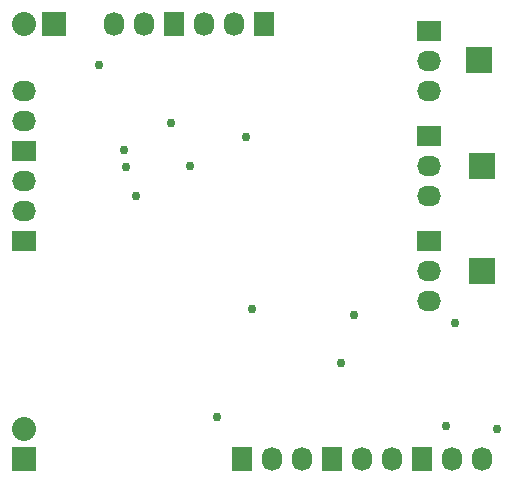
<source format=gbs>
G04 #@! TF.FileFunction,Soldermask,Bot*
%FSLAX46Y46*%
G04 Gerber Fmt 4.6, Leading zero omitted, Abs format (unit mm)*
G04 Created by KiCad (PCBNEW (2014-12-07 BZR 5316)-product) date 31/03/2015 20:39:07*
%MOMM*%
G01*
G04 APERTURE LIST*
%ADD10C,0.100000*%
%ADD11R,2.032000X2.032000*%
%ADD12O,2.032000X2.032000*%
%ADD13R,2.235200X2.235200*%
%ADD14R,2.032000X1.727200*%
%ADD15O,2.032000X1.727200*%
%ADD16R,1.727200X2.032000*%
%ADD17O,1.727200X2.032000*%
%ADD18C,0.762000*%
G04 APERTURE END LIST*
D10*
D11*
X94615000Y-46990000D03*
D12*
X92075000Y-46990000D03*
D11*
X92075000Y-83820000D03*
D12*
X92075000Y-81280000D03*
D13*
X130556000Y-50038000D03*
X130810000Y-59055000D03*
X130810000Y-67945000D03*
D14*
X92075000Y-57785000D03*
D15*
X92075000Y-55245000D03*
X92075000Y-52705000D03*
D14*
X92075000Y-65405000D03*
D15*
X92075000Y-62865000D03*
X92075000Y-60325000D03*
D16*
X104775000Y-46990000D03*
D17*
X102235000Y-46990000D03*
X99695000Y-46990000D03*
D16*
X112395000Y-46990000D03*
D17*
X109855000Y-46990000D03*
X107315000Y-46990000D03*
D14*
X126365000Y-47625000D03*
D15*
X126365000Y-50165000D03*
X126365000Y-52705000D03*
D14*
X126365000Y-56515000D03*
D15*
X126365000Y-59055000D03*
X126365000Y-61595000D03*
D14*
X126365000Y-65405000D03*
D15*
X126365000Y-67945000D03*
X126365000Y-70485000D03*
D16*
X110490000Y-83820000D03*
D17*
X113030000Y-83820000D03*
X115570000Y-83820000D03*
D16*
X118110000Y-83820000D03*
D17*
X120650000Y-83820000D03*
X123190000Y-83820000D03*
D16*
X125730000Y-83820000D03*
D17*
X128270000Y-83820000D03*
X130810000Y-83820000D03*
D18*
X98407700Y-50467500D03*
X100692700Y-59139100D03*
X106124100Y-59055000D03*
X118898300Y-75760200D03*
X104536400Y-55430300D03*
X100559700Y-57660900D03*
X108399900Y-80293800D03*
X111320300Y-71120300D03*
X101525900Y-61595000D03*
X110839300Y-56590200D03*
X128536700Y-72382800D03*
X127818100Y-81089300D03*
X132080000Y-81280000D03*
X119978800Y-71651600D03*
M02*

</source>
